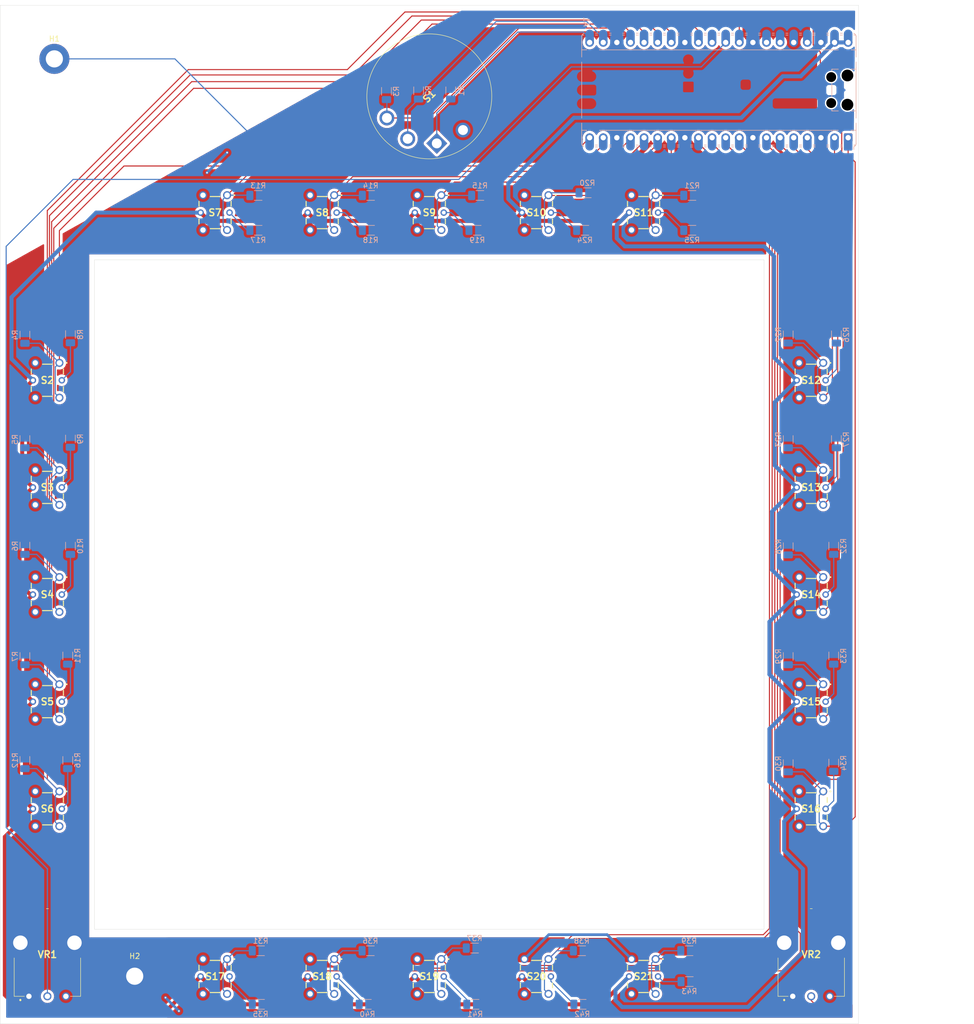
<source format=kicad_pcb>
(kicad_pcb (version 20241229) (generator "pcbnew") (generator_version "9.0")
  (layers (0 "F.Cu" signal) (2 "B.Cu" signal) (13 "F.Paste" user) (15 "B.Paste" user) (5 "F.SilkS" user "F.Silkscreen") (7 "B.SilkS" user "B.Silkscreen") (1 "F.Mask" user) (3 "B.Mask" user) (25 "Edge.Cuts" user))
  (net 0 "")
  (net 1 "+5V")
  (net 3 "/Button3")
  (net 4 "/Button14")
  (net 5 "/Button2")
  (net 6 "GND")
  (net 7 "/Button6")
  (net 8 "Switch Pos 1")
  (net 9 "/Button5")
  (net 11 "Switch Pos 3")
  (net 12 "/Button9")
  (net 14 "Potentiometer 2")
  (net 15 "Potentiometer 1")
  (net 16 "/Button15")
  (net 17 "/Button4")
  (net 18 "/Button13")
  (net 19 "+3.3V")
  (net 20 "/Button7")
  (net 21 "/Button16")
  (net 22 "/Button11")
  (net 23 "/Button10")
  (net 25 "/Button18")
  (net 26 "Switch Pos 2")
  (net 27 "/Button8")
  (net 28 "/Button12")
  (net 29 "/Button20")
  (net 30 "/Button1")
  (net 31 "/Button17")
  (net 32 "/Button19")
  (net 33 "Net-(S2-A)")
  (net 34 "Net-(S3-A)")
  (net 35 "Net-(S4-A)")
  (net 36 "Net-(S5-A)")
  (net 37 "Net-(S6-A)")
  (net 38 "Net-(S7-A)")
  (net 39 "Net-(S8-A)")
  (net 40 "Net-(S9-A)")
  (net 41 "Net-(S10-A)")
  (net 42 "Net-(S11-A)")
  (net 43 "Net-(S12-A)")
  (net 44 "Net-(S13-A)")
  (net 45 "Net-(S14-A)")
  (net 46 "Net-(S15-A)")
  (net 47 "Net-(S16-A)")
  (net 48 "Net-(S17-A)")
  (net 49 "Net-(S18-A)")
  (net 50 "Net-(S19-A)")
  (net 51 "Net-(S20-A)")
  (net 52 "Net-(S21-A)")
  (footprint "F18_DDI_Footprints:TL1240GQ" (layer "F.Cu") (at 202.25 100.45)
    (property "Reference" "S9")
    (property "Value" "TL1240GQ" (hide yes))
  )
  (footprint "F18_DDI_Footprints:TL1240GQ" (layer "F.Cu") (at 273.54 131.75)
    (property "Reference" "S12")
    (property "Value" "TL1240GQ" (hide yes))
  )
  (footprint "F18_DDI_Footprints:TL1240GQ" (layer "F.Cu") (at 273.54 211.75)
    (property "Reference" "S16")
    (property "Value" "TL1240GQ" (hide yes))
  )
  (footprint "F18_DDI_Footprints:TL1240GQ" (layer "F.Cu") (at 273.54 191.75)
    (property "Reference" "S15")
    (property "Value" "TL1240GQ" (hide yes))
  )
  (footprint "F18_DDI_Footprints:PDB12H4201103BF" (layer "F.Cu") (at 268.8 250)
    (property "Reference" "VR2")
    (property "Value" "PDB12-H4201-103BF" (hide yes))
  )
  (footprint "F18_DDI_Footprints:TL1240GQ" (layer "F.Cu") (at 162.25 243.05)
    (property "Reference" "S17")
    (property "Value" "TL1240GQ" (hide yes))
  )
  (footprint "F18_DDI_Footprints:TL1240GQ" (layer "F.Cu") (at 242.25 100.45)
    (property "Reference" "S11")
    (property "Value" "TL1240GQ" (hide yes))
  )
  (footprint "F18_DDI_Footprints:TL1240GQ" (layer "F.Cu") (at 162.25 100.45)
    (property "Reference" "S7")
    (property "Value" "TL1240GQ" (hide yes))
  )
  (footprint "F18_DDI_Footprints:TL1240GQ" (layer "F.Cu") (at 130.94 131.75)
    (property "Reference" "S2")
    (property "Value" "TL1240GQ" (hide yes))
  )
  (footprint "F18_DDI_Footprints:TL1240GQ" (layer "F.Cu") (at 182.25 243.05)
    (property "Reference" "S18")
    (property "Value" "TL1240GQ" (hide yes))
  )
  (footprint "F18_DDI_Footprints:TL1240GQ" (layer "F.Cu") (at 273.54 171.75)
    (property "Reference" "S14")
    (property "Value" "TL1240GQ" (hide yes))
  )
  (footprint "F18_DDI_Footprints:TL1240GQ" (layer "F.Cu") (at 130.94 151.75)
    (property "Reference" "S3")
    (property "Value" "TL1240GQ" (hide yes))
  )
  (footprint "F18_DDI_Footprints:TL1240GQ" (layer "F.Cu") (at 130.94 171.75)
    (property "Reference" "S4")
    (property "Value" "TL1240GQ" (hide yes))
  )
  (footprint "F18_DDI_Footprints:TL1240GQ" (layer "F.Cu") (at 130.94 211.75)
    (property "Reference" "S6")
    (property "Value" "TL1240GQ" (hide yes))
  )
  (footprint "F18_DDI_Footprints:TL1240GQ" (layer "F.Cu") (at 202.25 243.05)
    (property "Reference" "S19")
    (property "Value" "TL1240GQ" (hide yes))
  )
  (footprint "MountingHole:MountingHole_3.2mm_M3_DIN965_Pad" (layer "F.Cu") (at 145 246.25)
    (property "Reference" "H2")
    (property "Value" "MountingHole_Pad")
  )
  (footprint "MountingHole:MountingHole_3.2mm_M3_DIN965_Pad" (layer "F.Cu") (at 130 75)
    (property "Reference" "H1")
    (property "Value" "MountingHole_Pad")
  )
  (footprint "F18_DDI_Footprints:TL1240GQ" (layer "F.Cu") (at 273.54 151.75)
    (property "Reference" "S13")
    (property "Value" "TL1240GQ" (hide yes))
  )
  (footprint "F18_DDI_Footprints:TL1240GQ" (layer "F.Cu") (at 222.25 243.05)
    (property "Reference" "S20")
    (property "Value" "TL1240GQ" (hide yes))
  )
  (footprint "F18_DDI_Footprints:R10305RN02Q" (layer "F.Cu") (at 201.390879 90.780145 45)
    (property "Reference" "S1")
    (property "Value" "R10307RR02Q" (hide yes))
  )
  (footprint "F18_DDI_Footprints:TL1240GQ" (layer "F.Cu") (at 222.25 100.45)
    (property "Reference" "S10")
    (property "Value" "TL1240GQ" (hide yes))
  )
  (footprint "F18_DDI_Footprints:TL1240GQ" (layer "F.Cu") (at 182.25 100.45)
    (property "Reference" "S8")
    (property "Value" "TL1240GQ" (hide yes))
  )
  (footprint "F18_DDI_Footprints:PDB12H4201103BF" (layer "F.Cu") (at 126.2 250)
    (property "Reference" "VR1")
    (property "Value" "PDB12-H4201-103BF" (hide yes))
  )
  (footprint "F18_DDI_Footprints:TL1240GQ" (layer "F.Cu") (at 130.94 191.75)
    (property "Reference" "S5")
    (property "Value" "TL1240GQ" (hide yes))
  )
  (footprint "F18_DDI_Footprints:TL1240GQ" (layer "F.Cu") (at 242.25 243.05)
    (property "Reference" "S21")
    (property "Value" "TL1240GQ" (hide yes))
  )
  (footprint "Resistor_SMD:R_1206_3216Metric_Pad1.30x1.75mm_HandSolder" (layer "B.Cu") (at 209.45 100.5 180)
    (property "Reference" "R15")
    (property "Value" "10K")
  )
  (footprint "Resistor_SMD:R_1206_3216Metric_Pad1.30x1.75mm_HandSolder" (layer "B.Cu") (at 267 166.05 -90)
    (property "Reference" "R28")
    (property "Value" "10K")
  )
  (footprint "Resistor_SMD:R_1206_3216Metric_Pad1.30x1.75mm_HandSolder" (layer "B.Cu") (at 168.5 241.5 180)
    (property "Reference" "R31")
    (property "Value" "10K")
  )
  (footprint "Resistor_SMD:R_1206_3216Metric_Pad1.30x1.75mm_HandSolder" (layer "B.Cu") (at 229.5 100 180)
    (property "Reference" "R20")
    (property "Value" "10K")
  )
  (footprint "Resistor_SMD:R_1206_3216Metric_Pad1.30x1.75mm_HandSolder" (layer "B.Cu") (at 228.55 251.5)
    (property "Reference" "R42")
    (property "Value" "150")
  )
  (footprint "Resistor_SMD:R_1206_3216Metric_Pad1.30x1.75mm_HandSolder" (layer "B.Cu") (at 188.45 251.5)
    (property "Reference" "R40")
    (property "Value" "150")
  )
  (footprint "Resistor_SMD:R_1206_3216Metric_Pad1.30x1.75mm_HandSolder" (layer "B.Cu") (at 267 146.05 -90)
    (property "Reference" "R23")
    (property "Value" "10K")
  )
  (footprint "Resistor_SMD:R_1206_3216Metric_Pad1.30x1.75mm_HandSolder" (layer "B.Cu") (at 133 126.45 90)
    (property "Reference" "R8")
    (property "Value" "150")
  )
  (footprint "Resistor_SMD:R_1206_3216Metric_Pad1.30x1.75mm_HandSolder" (layer "B.Cu") (at 208.45 241 180)
    (property "Reference" "R37")
    (property "Value" "10K")
  )
  (footprint "Resistor_SMD:R_1206_3216Metric_Pad1.30x1.75mm_HandSolder" (layer "B.Cu") (at 168.05 100.5 180)
    (property "Reference" "R13")
    (property "Value" "10K")
  )
  (footprint "Resistor_SMD:R_1206_3216Metric_Pad1.30x1.75mm_HandSolder" (layer "B.Cu") (at 124.5 146.05 -90)
    (property "Reference" "R5")
    (property "Value" "10K")
  )
  (footprint "Resistor_SMD:R_1206_3216Metric_Pad1.30x1.75mm_HandSolder" (layer "B.Cu") (at 124.5 165.95 -90)
    (property "Reference" "R6")
    (property "Value" "10K")
  )
  (footprint "Resistor_SMD:R_1206_3216Metric_Pad1.30x1.75mm_HandSolder" (layer "B.Cu") (at 267 126.5 -90)
    (property "Reference" "R22")
    (property "Value" "10K")
  )
  (footprint "Resistor_SMD:R_1206_3216Metric_Pad1.30x1.75mm_HandSolder" (layer "B.Cu") (at 249.05 100.5 180)
    (property "Reference" "R21")
    (property "Value" "10K")
  )
  (footprint "Resistor_SMD:R_1206_3216Metric_Pad1.30x1.75mm_HandSolder" (layer "B.Cu") (at 275.5 186.45 90)
    (property "Reference" "R33")
    (property "Value" "150")
  )
  (footprint "Resistor_SMD:R_1206_3216Metric_Pad1.30x1.75mm_HandSolder" (layer "B.Cu") (at 168.05 107)
    (property "Reference" "R17")
    (property "Value" "150")
  )
  (footprint "Resistor_SMD:R_1206_3216Metric_Pad1.30x1.75mm_HandSolder" (layer "B.Cu") (at 267 186.55 -90)
    (property "Reference" "R29")
    (property "Value" "10K")
  )
  (footprint "Resistor_SMD:R_1206_3216Metric_Pad1.30x1.75mm_HandSolder" (layer "B.Cu") (at 124.5 186.55 -90)
    (property "Reference" "R7")
    (property "Value" "10K")
  )
  (footprint "Resistor_SMD:R_1206_3216Metric_Pad1.30x1.75mm_HandSolder" (layer "B.Cu") (at 133 145.95 90)
    (property "Reference" "R9")
    (property "Value" "150")
  )
  (footprint "Resistor_SMD:R_1206_3216Metric_Pad1.30x1.75mm_HandSolder" (layer "B.Cu") (at 168.5 251.5)
    (property "Reference" "R35")
    (property "Value" "150")
  )
  (footprint "Resistor_SMD:R_1206_3216Metric_Pad1.30x1.75mm_HandSolder" (layer "B.Cu") (at 189.05 107)
    (property "Reference" "R18")
    (property "Value" "150")
  )
  (footprint "Resistor_SMD:R_1206_3216Metric_Pad1.30x1.75mm_HandSolder" (layer "B.Cu") (at 275.5 206.45 90)
    (property "Reference" "R34")
    (property "Value" "150")
  )
  (footprint "Resistor_SMD:R_1206_3216Metric_Pad1.30x1.75mm_HandSolder" (layer "B.Cu") (at 189.05 100.5 180)
    (property "Reference" "R14")
    (property "Value" "10K")
  )
  (footprint "Resistor_SMD:R_1206_3216Metric_Pad1.30x1.75mm_HandSolder" (layer "B.Cu") (at 267 206.55 -90)
    (property "Reference" "R30")
    (property "Value" "10K")
  )
  (footprint "Resistor_SMD:R_1206_3216Metric_Pad1.30x1.75mm_HandSolder" (layer "B.Cu") (at 204 80.95 -90)
    (property "Reference" "R1")
    (property "Value" "10K")
  )
  (footprint "Resistor_SMD:R_1206_3216Metric_Pad1.30x1.75mm_HandSolder" (layer "B.Cu") (at 276 126.5 90)
    (property "Reference" "R26")
    (property "Value" "150")
  )
  (footprint "Resistor_SMD:R_1206_3216Metric_Pad1.30x1.75mm_HandSolder" (layer "B.Cu") (at 124.5 205.95 -90)
    (property "Reference" "R12")
    (property "Value" "10K")
  )
  (footprint "Resistor_SMD:R_1206_3216Metric_Pad1.30x1.75mm_HandSolder" (layer "B.Cu") (at 124.5 126.55 -90)
    (property "Reference" "R4")
    (property "Value" "10K")
  )
  (footprint "Resistor_SMD:R_1206_3216Metric_Pad1.30x1.75mm_HandSolder" (layer "B.Cu") (at 132.5 205.95 90)
    (property "Reference" "R16")
    (property "Value" "150")
  )
  (footprint "Resistor_SMD:R_1206_3216Metric_Pad1.30x1.75mm_HandSolder" (layer "B.Cu") (at 228.45 241.5 180)
    (property "Reference" "R38")
    (property "Value" "10K")
  )
  (footprint "Resistor_SMD:R_1206_3216Metric_Pad1.30x1.75mm_HandSolder" (layer "B.Cu") (at 132.5 186.45 90)
    (property "Reference" "R11")
    (property "Value" "150")
  )
  (footprint "Resistor_SMD:R_1206_3216Metric_Pad1.30x1.75mm_HandSolder" (layer "B.Cu") (at 275.5 165.95 90)
    (property "Reference" "R32")
    (property "Value" "150")
  )
  (footprint "Resistor_SMD:R_1206_3216Metric_Pad1.30x1.75mm_HandSolder" (layer "B.Cu") (at 249.05 107)
    (property "Reference" "R25")
    (property "Value" "150")
  )
  (footprint "Resistor_SMD:R_1206_3216Metric_Pad1.30x1.75mm_HandSolder" (layer "B.Cu") (at 276 146.05 90)
    (property "Reference" "R27")
    (property "Value" "150")
  )
  (footprint "Resistor_SMD:R_1206_3216Metric_Pad1.30x1.75mm_HandSolder" (layer "B.Cu") (at 248.5 241.5 180)
    (property "Reference" "R39")
    (property "Value" "10K")
  )
  (footprint "Resistor_SMD:R_1206_3216Metric_Pad1.30x1.75mm_HandSolder" (layer "B.Cu") (at 198 80.95 90)
    (property "Reference" "R2")
    (property "Value" "10K")
  )
  (footprint "Resistor_SMD:R_1206_3216Metric_Pad1.30x1.75mm_HandSolder" (layer "B.Cu") (at 229.05 107)
    (property "Reference" "R24")
    (property "Value" "150")
  )
  (footprint "Resistor_SMD:R_1206_3216Metric_Pad1.30x1.75mm_HandSolder" (layer "B.Cu") (at 248.55 247.25)
    (property "Reference" "R43")
    (property "Value" "150")
  )
  (footprint "Resistor_SMD:R_1206_3216Metric_Pad1.30x1.75mm_HandSolder" (layer "B.Cu") (at 208.55 251.5)
    (property "Reference" "R41")
    (property "Value" "150")
  )
  (footprint "Resistor_SMD:R_1206_3216Metric_Pad1.30x1.75mm_HandSolder" (layer "B.Cu") (at 192 81.05 90)
    (property "Reference" "R3")
    (property "Value" "10K")
  )
  (footprint "Resistor_SMD:R_1206_3216Metric_Pad1.30x1.75mm_HandSolder" (layer "B.Cu") (at 189 241.5 180)
    (property "Reference" "R36")
    (property "Value" "10K")
  )
  (footprint "Module:RaspberryPi_Pico_Common_Unspecified" (layer "B.Cu") (at 254.06 80.825 90)
    (property "Reference" "A1")
    (property "Value" "RaspberryPi_Pico")
  )
  (footprint "Resistor_SMD:R_1206_3216Metric_Pad1.30x1.75mm_HandSolder" (layer "B.Cu") (at 208.95 107)
    (property "Reference" "R19")
    (property "Value" "150")
  )
  (footprint "Resistor_SMD:R_1206_3216Metric_Pad1.30x1.75mm_HandSolder" (layer "B.Cu") (at 133 165.95 90)
    (property "Reference" "R10")
    (property "Value" "150")
  )
  (gr_line (start 280.125 255.125) (end 119.875 255.125) (stroke (width 0.05)) (layer "Edge.Cuts"))
  (gr_rect (start 137.5 112.5) (end 262.5 237.5) (stroke (width 0.05)) (fill no) (layer "Edge.Cuts"))
  (gr_line (start 119.875 255.125) (end 119.875 65) (stroke (width 0.05)) (layer "Edge.Cuts"))
  (gr_line (start 119.88 65) (end 280.125 65) (stroke (width 0.05)) (layer "Edge.Cuts"))
  (gr_line (start 280.125 65) (end 280.125 255.125) (stroke (width 0.05)) (layer "Edge.Cuts"))
  (segment (start 125.99 215) (end 120.75 220.24) (width 0.75) (layer "F.Cu") (net 1))
  (segment (start 215.75 105.25) (end 198.85 105.25) (width 0.75) (layer "F.Cu") (net 1))
  (segment (start 125.99 175) (end 123.5 177.49) (width 0.75) (layer "F.Cu") (net 1))
  (segment (start 124 153.01) (end 125.99 155) (width 0.75) (layer "F.Cu") (net 1))
  (segment (start 220 249) (end 220 250) (width 0.75) (layer "F.Cu") (net 1))
  (segment (start 123.5 192.5) (end 125.99 194.99) (width 0.75) (layer "F.Cu") (net 1))
  (segment (start 200 249) (end 200 250) (width 0.75) (layer "F.Cu") (net 1))
  (segment (start 150.35 253.25) (end 157.3 246.3) (width 0.75) (layer "F.Cu") (net 1))
  (segment (start 124.25 253.25) (end 150.35 253.25) (width 0.75) (layer "F.Cu") (net 1))
  (segment (start 175.75 105.25) (end 158.85 105.25) (width 0.75) (layer "F.Cu") (net 1))
  (segment (start 125.99 155) (end 123.5 157.49) (width 0.75) (layer "F.Cu") (net 1))
  (segment (start 158.85 105.25) (end 157.3 103.7) (width 0.75) (layer "F.Cu") (net 1))
  (segment (start 125.99 195) (end 123.25 197.74) (width 0.75) (layer "F.Cu") (net 1))
  (segment (start 218.85 105.25) (end 217.3 103.7) (width 0.75) (layer "F.Cu") (net 1))
  (segment (start 197.3 103.7) (end 195.75 105.25) (width 0.75) (layer "F.Cu") (net 1))
  (segment (start 157.3 246.3) (end 160 249) (width 0.75) (layer "F.Cu") (net 1))
  (segment (start 178.85 105.25) (end 177.3 103.7) (width 0.75) (layer "F.Cu") (net 1))
  (segment (start 197.3 246.3) (end 200 249) (width 0.75) (layer "F.Cu") (net 1))
  (segment (start 125.99 194.99) (end 125.99 195) (width 0.2) (layer "F.Cu") (net 1))
  (segment (start 125.5 175) (end 125.99 175) (width 0.2) (layer "F.Cu") (net 1))
  (segment (start 123.25 197.74) (end 123.25 212.26) (width 0.75) (layer "F.Cu") (net 1))
  (segment (start 217.3 246.3) (end 220 249) (width 0.75) (layer "F.Cu") (net 1))
  (segment (start 237.3 103.7) (end 235.75 105.25) (width 0.75) (layer "F.Cu") (net 1))
  (segment (start 161.5 251.5) (end 172.1 251.5) (width 0.75) (layer "F.Cu") (net 1))
  (segment (start 217.3 103.7) (end 215.75 105.25) (width 0.75) (layer "F.Cu") (net 1))
  (segment (start 120.75 220.24) (end 120.75 249.75) (width 0.75) (layer "F.Cu") (net 1))
  (segment (start 180 249) (end 180 250) (width 0.75) (layer "F.Cu") (net 1))
  (segment (start 195.75 105.25) (end 178.85 105.25) (width 0.75) (layer "F.Cu") (net 1))
  (segment (start 160 250) (end 161.5 251.5) (width 0.75) (layer "F.Cu") (net 1))
  (segment (start 220 250) (end 221.5 251.5) (width 0.75) (layer "F.Cu") (net 1))
  (segment (start 125.99 135) (end 124 136.99) (width 0.75) (layer "F.Cu") (net 1))
  (segment (start 177.3 103.7) (end 175.75 105.25) (width 0.75) (layer "F.Cu") (net 1))
  (segment (start 121 250) (end 124.25 253.25) (width 0.75) (layer "F.Cu") (net 1))
  (segment (start 200 250) (end 201.5 251.5) (width 0.75) (layer "F.Cu") (net 1))
  (segment (start 177.3 246.3) (end 180 249) (width 0.75) (layer "F.Cu") (net 1))
  (segment (start 160 249) (end 160 250) (width 0.75) (layer "F.Cu") (net 1))
  (segment (start 123.5 173) (end 125.5 175) (width 0.75) (layer "F.Cu") (net 1))
  (segment (start 212.1 251.5) (end 217.3 246.3) (width 0.75) (layer "F.Cu") (net 1))
  (segment (start 197.2 246.3) (end 197.3 246.3) (width 0.2) (layer "F.Cu") (net 1))
  (segment (start 201.5 251.5) (end 212.1 251.5) (width 0.75) (layer "F.Cu") (net 1))
  (segment (start 180 250) (end 181.5 251.5) (width 0.75) (layer "F.Cu") (net 1))
  (segment (start 192 251.5) (end 197.2 246.3) (width 0.75) (layer "F.Cu") (net 1))
  (segment (start 221.5 251.5) (end 232.1 251.5) (width 0.75) (layer "F.Cu") (net 1))
  (segment (start 157.3 103.7) (end 157.1 103.5) (width 0.2) (layer "F.Cu") (net 1))
  (segment (start 120.75 249.75) (end 121 250) (width 0.75) (layer "F.Cu") (net 1))
  (segment (start 181.5 251.5) (end 192 251.5) (width 0.75) (layer "F.Cu") (net 1))
  (segment (start 235.75 105.25) (end 218.85 105.25) (width 0.75) (layer "F.Cu") (net 1))
  (segment (start 123.5 157.49) (end 123.5 173) (width 0.75) (layer "F.Cu") (net 1))
  (segment (start 123.5 177.49) (end 123.5 192.5) (width 0.75) (layer "F.Cu") (net 1))
  (segment (start 232.1 251.5) (end 237.3 246.3) (width 0.75) (layer "F.Cu") (net 1))
  (segment (start 124 136.99) (end 124 153.01) (width 0.75) (layer "F.Cu") (net 1))
  (segment (start 198.85 105.25) (end 197.3 103.7) (width 0.75) (layer "F.Cu") (net 1))
  (segment (start 172.1 251.5) (end 177.3 246.3) (width 0.75) (layer "F.Cu") (net 1))
  (segment (start 123.25 212.26) (end 125.99 215) (width 0.75) (layer "F.Cu") (net 1))
  (segment (start 264.364082 130.774082) (end 264.364082 111.864082) (width 0.75) (layer "B.Cu") (net 1))
  (segment (start 269.335 78.25) (end 266 78.25) (width 0.75) (layer "B.Cu") (net 1))
  (segment (start 235 106) (end 237.3 103.7) (width 0.75) (layer "B.Cu") (net 1))
  (segment (start 264 159.5) (end 268.5 155) (width 0.75) (layer "B.Cu") (net 1))
  (segment (start 214.75 101.15) (end 217.3 103.7) (width 0.75) (layer "B.Cu") (net 1))
  (segment (start 275.65 71.935) (end 278.19 71.935) (width 0.75) (layer "B.Cu") (net 1))
  (segment (start 235 108.5) (end 235 106) (width 0.75) (layer "B.Cu") (net 1))
  (segment (start 122 119.5) (end 137.8 103.7) (width 0.75) (layer "B.Cu") (net 1))
  (segment (start 258.25 86) (end 227 86) (width 0.75) (layer "B.Cu") (net 1))
  (segment (start 263.5 189.91) (end 263.5 180.09) (width 0.75) (layer "B.Cu") (net 1))
  (segment (start 263.5 180.09) (end 268.59 175) (width 0.75) (layer "B.Cu") (net 1))
  (segment (start 263.5 209.91) (end 263.5 200.09) (width 0.75) (layer "B.Cu") (net 1))
  (segment (start 269.75 226.25) (end 266.25 222.75) (width 0.75) (layer "B.Cu") (net 1))
  (segment (start 214.75 98.25) (end 214.75 101.15) (width 0.75) (layer "B.Cu") (net 1))
  (segment (start 234.75 248.85) (end 234.75 250.75) (width 0.75) (layer "B.Cu") (net 1))
  (segment (start 137.8 103.7) (end 157.3 103.7) (width 0.75) (layer "B.Cu") (net 1))
  (segment (start 266.25 222.75) (end 266.25 217.34) (width 0.75) (layer "B.Cu") (net 1))
  (segment (start 264.5 150.91) (end 264.5 139.09) (width 0.75) (layer "B.Cu") (net 1))
  (segment (start 266 78.25) (end 258.25 86) (width 0.75) (layer "B.Cu") (net 1))
  (segment (start 234.75 250.75) (end 236 252) (width 0.75) (layer "B.Cu") (net 1))
  (segment (start 269.75 241.75) (end 269.75 226.25) (width 0.75) (layer "B.Cu") (net 1))
  (segment (start 264 170.41) (end 264 159.5) (width 0.75) (layer "B.Cu") (net 1))
  (segment (start 266.25 217.34) (end 268.59 215) (width 0.75) (layer "B.Cu") (net 1))
  (segment (start 125.99 135) (end 122 131.01) (width 0.75) (layer "B.Cu") (net 1))
  (segment (start 259.5 252) (end 269.75 241.75) (width 0.75) (layer "B.Cu") (net 1))
  (segment (start 264.5 139.09) (end 268.59 135) (width 0.75) (layer "B.Cu") (net 1))
  (segment (start 236.5 110) (end 235 108.5) (width 0.75) (layer "B.Cu") (net 1))
  (segment (start 262.5 110) (end 236.5 110) (width 0.75) (layer "B.Cu") (net 1))
  (segment (start 237.3 246.3) (end 234.75 248.85) (width 0.75) (layer "B.Cu") (net 1))
  (segment (start 122 131.01) (end 122 119.5) (width 0.75) (layer "B.Cu") (net 1))
  (segment (start 268.59 135) (end 264.364082 130.774082) (width 0.75) (layer "B.Cu") (net 1))
  (segment (start 268.59 175) (end 264 170.41) (width 0.75) (layer "B.Cu") (net 1))
  (segment (start 264.364082 111.864082) (end 262.5 110) (width 0.75) (layer "B.Cu") (net 1))
  (segment (start 263.5 200.09) (end 268.59 195) (width 0.75) (layer "B.Cu") (net 1))
  (segment (start 268.59 215) (end 263.5 209.91) (width 0.75) (layer "B.Cu") (net 1))
  (segment (start 227 86) (end 214.75 98.25) (width 0.75) (layer "B.Cu") (net 1))
  (segment (start 268.59 155) (end 264.5 150.91) (width 0.75) (layer "B.Cu") (net 1))
  (segment (start 268.5 155) (end 268.59 155) (width 0.2) (layer "B.Cu") (net 1))
  (segment (start 268.59 195) (end 263.5 189.91) (width 0.75) (layer "B.Cu") (net 1))
  (segment (start 236 252) (end 259.5 252) (width 0.75) (layer "B.Cu") (net 1))
  (segment (start 275.65 71.935) (end 269.335 78.25) (width 0.75) (layer "B.Cu") (net 1))
  (segment (start 222.25 100.45) (end 222.3 100.5) (width 0.2) (layer "F.Cu") (net 3))
  (segment (start 222.3 100.5) (end 233 100.5) (width 0.2) (layer "F.Cu") (net 3))
  (segment (start 233 100.5) (end 242.63 90.87) (width 0.2) (layer "F.Cu") (net 3))
  (segment (start 242.63 90.87) (end 242.63 89.715) (width 0.2) (layer "F.Cu") (net 3))
  (segment (start 222.25 100.45) (end 222.7 100) (width 0.2) (layer "B.Cu") (net 3))
  (segment (start 222.7 100) (end 227.95 100) (width 0.2) (layer "B.Cu") (net 3))
  (segment (start 221.5 101.2) (end 221.5 106.2) (width 0.2) (layer "B.Cu") (net 3))
  (segment (start 221.5 106.2) (end 222.25 106.95) (width 0.2) (layer "B.Cu") (net 3))
  (segment (start 222.25 100.45) (end 221.5 101.2) (width 0.2) (layer "B.Cu") (net 3))
  (segment (start 279.5 94.25) (end 278.19 92.94) (width 0.2) (layer "F.Cu") (net 4))
  (segment (start 278.19 92.94) (end 278.19 89.715) (width 0.2) (layer "F.Cu") (net 4))
  (segment (start 279.5 216.5) (end 279.5 94.25) (width 0.2) (layer "F.Cu") (net 4))
  (segment (start 273.54 218.25) (end 277.75 218.25) (width 0.2) (layer "F.Cu") (net 4))
  (segment (start 277.75 218.25) (end 279.5 216.5) (width 0.2) (layer "F.Cu") (net 4))
  (segment (start 272.79 212.5) (end 273.54 211.75) (width 0.2) (layer "B.Cu") (net 4))
  (segment (start 273.54 211.96) (end 273.5 212) (width 0.2) (layer "B.Cu") (net 4))
  (segment (start 267 208.1) (end 269.89 208.1) (width 0.2) (layer "B.Cu") (net 4))
  (segment (start 273.54 218.25) (end 272.79 217.5) (width 0.2) (layer "B.Cu") (net 4))
  (segment (start 272.79 217.5) (end 272.79 212.5) (width 0.2) (layer "B.Cu") (net 4))
  (segment (start 273.54 211.75) (end 273.54 211.96) (width 0.2) (layer "B.Cu") (net 4))
  (segment (start 269.89 208.1) (end 273.54 211.75) (width 0.2) (layer "B.Cu") (net 4))
  (segment (start 184.698 77) (end 195.448 66.25) (width 0.2) (layer "F.Cu") (net 5))
  (segment (start 128.686 103.314) (end 155 77) (width 0.2) (layer "F.Cu") (net 5))
  (segment (start 195.448 66.25) (end 246.75 66.25) (width 0.2) (layer "F.Cu") (net 5))
  (segment (start 250.25 69.75) (end 250.25 71.935) (width 0.2) (layer "F.Cu") (net 5))
  (segment (start 130.94 211.75) (end 128.686 209.496) (width 0.2) (layer "F.Cu") (net 5))
  (segment (start 246.75 66.25) (end 250.25 69.75) (width 0.2) (layer "F.Cu") (net 5))
  (segment (start 128.686 209.496) (end 128.686 103.314) (width 0.2) (layer "F.Cu") (net 5))
  (segment (start 155 77) (end 184.698 77) (width 0.2) (layer "F.Cu") (net 5))
  (segment (start 130.19 217.5) (end 130.94 218.25) (width 0.2) (layer "B.Cu") (net 5))
  (segment (start 130.94 211.75) (end 130.19 212.5) (width 0.2) (layer "B.Cu") (net 5))
  (segment (start 126.69 207.5) (end 130.94 211.75) (width 0.2) (layer "B.Cu") (net 5))
  (segment (start 130.19 212.5) (end 130.19 217.5) (width 0.2) (layer "B.Cu") (net 5))
  (segment (start 124.5 207.5) (end 126.69 207.5) (width 0.2) (layer "B.Cu") (net 5))
  (segment (start 152.5 75) (end 166.25 88.75) (width 0.2) (layer "B.Cu") (net 6))
  (segment (start 130 75) (end 152.5 75) (width 0.2) (layer "B.Cu") (net 6))
  (segment (start 129.889 150.699) (end 129.889 106.611) (width 0.2) (layer "F.Cu") (net 7))
  (segment (start 129.889 106.611) (end 156 80.5) (width 0.2) (layer "F.Cu") (net 7))
  (segment (start 240.09 70.09) (end 240.09 71.935) (width 0.2) (layer "F.Cu") (net 7))
  (segment (start 200.5 68.5) (end 238.5 68.5) (width 0.2) (layer "F.Cu") (net 7))
  (segment (start 130.94 151.75) (end 129.889 150.699) (width 0.2) (layer "F.Cu") (net 7))
  (segment (start 238.5 68.5) (end 240.09 70.09) (width 0.2) (layer "F.Cu") (net 7))
  (segment (start 156 80.5) (end 188.5 80.5) (width 0.2) (layer "F.Cu") (net 7))
  (segment (start 188.5 80.5) (end 200.5 68.5) (width 0.2) (layer "F.Cu") (net 7))
  (segment (start 126.79 147.6) (end 130.94 151.75) (width 0.2) (layer "B.Cu") (net 7))
  (segment (start 129 153.69) (end 129 156.31) (width 0.2) (layer "B.Cu") (net 7))
  (segment (start 129 156.31) (end 130.94 158.25) (width 0.2) (layer "B.Cu") (net 7))
  (segment (start 124.5 147.6) (end 126.79 147.6) (width 0.2) (layer "B.Cu") (net 7))
  (segment (start 130.94 151.75) (end 129 153.69) (width 0.2) (layer "B.Cu") (net 7))
  (segment (start 216.5 70) (end 228.795 70) (width 0.2) (layer "B.Cu") (net 8))
  (segment (start 201.390879 85.109121) (end 216.5 70) (width 0.2) (layer "B.Cu") (net 8))
  (segment (start 228.795 70) (end 229.93 71.135) (width 0.2) (layer "B.Cu") (net 8))
  (segment (start 201.390879 90.780145) (end 201.390879 85.109121) (width 0.2) (layer "B.Cu") (net 8))
  (segment (start 265 235) (end 265 98) (width 0.2) (layer "F.Cu") (net 9))
  (segment (start 182.25 243.05) (end 183.95 244.75) (width 0.2) (layer "F.Cu") (net 9))
  (segment (start 268.75 241.25) (end 268.75 238.75) (width 0.2) (layer "F.Cu") (net 9))
  (segment (start 257.87 90.87) (end 257.87 89.715) (width 0.2) (layer "F.Cu") (net 9))
  (segment (start 265 98) (end 257.87 90.87) (width 0.2) (layer "F.Cu") (net 9))
  (segment (start 265.25 244.75) (end 268.75 241.25) (width 0.2) (layer "F.Cu") (net 9))
  (segment (start 183.95 244.75) (end 265.25 244.75) (width 0.2) (layer "F.Cu") (net 9))
  (segment (start 268.75 238.75) (end 265 235) (width 0.2) (layer "F.Cu") (net 9))
  (segment (start 183.8 241.5) (end 182.25 243.05) (width 0.2) (layer "B.Cu") (net 9))
  (segment (start 181.5 243.8) (end 182.25 243.05) (width 0.2) (layer "B.Cu") (net 9))
  (segment (start 187.45 241.5) (end 183.8 241.5) (width 0.2) (layer "B.Cu") (net 9))
  (segment (start 182.25 249.55) (end 181.5 248.8) (width 0.2) (layer "B.Cu") (net 9))
  (segment (start 181.5 248.8) (end 181.5 243.8) (width 0.2) (layer "B.Cu") (net 9))
  (segment (start 192.079697 86.035458) (end 199.964542 86.035458) (width 0.2) (layer "F.Cu") (net 11))
  (segment (start 237.55 70.05) (end 237.55 71.935) (width 0.2) (layer "F.Cu") (net 11))
  (segment (start 199.964542 86.035458) (end 216.75 69.25) (width 0.2) (layer "F.Cu") (net 11))
  (segment (start 216.75 69.25) (end 236.75 69.25) (width 0.2) (layer "F.Cu") (net 11))
  (segment (start 236.75 69.25) (end 237.55 70.05) (width 0.2) (layer "F.Cu") (net 11))
  (segment (start 192.079697 86.035458) (end 192.079697 82.679697) (width 0.2) (layer "B.Cu") (net 11))
  (segment (start 192.079697 82.679697) (end 191.9 82.5) (width 0.2) (layer "B.Cu") (net 11))
  (segment (start 278 193.79) (end 278 97) (width 0.2) (layer "F.Cu") (net 12))
  (segment (start 275.65 94.65) (end 275.65 89.715) (width 0.2) (layer "F.Cu") (net 12))
  (segment (start 273.54 198.25) (end 278 193.79) (width 0.2) (layer "F.Cu") (net 12))
  (segment (start 278 97) (end 275.65 94.65) (width 0.2) (layer "F.Cu") (net 12))
  (segment (start 269.89 188.1) (end 273.54 191.75) (width 0.2) (layer "B.Cu") (net 12))
  (segment (start 272.79 197.5) (end 273.54 198.25) (width 0.2) (layer "B.Cu") (net 12))
  (segment (start 272.79 192.5) (end 272.79 197.5) (width 0.2) (layer "B.Cu") (net 12))
  (segment (start 273.54 191.75) (end 272.79 192.5) (width 0.2) (layer "B.Cu") (net 12))
  (segment (start 267 188.1) (end 269.89 188.1) (width 0.2) (layer "B.Cu") (net 12))
  (segment (start 271.75 211.25) (end 273.5 209.5) (width 0.2) (layer "F.Cu") (net 14))
  (segment (start 272.004 72.744594) (end 272.004 72.72405) (width 0.2) (layer "F.Cu") (net 14))
  (segment (start 276.75 252.75) (end 278.25 251.25) (width 0.2) (layer "F.Cu") (net 14))
  (segment (start 272.32095 73.041) (end 272.300406 73.041) (width 0.2) (layer "F.Cu") (net 14))
  (segment (start 273.25 252.75) (end 276.75 252.75) (width 0.2) (layer "F.Cu") (net 14))
  (segment (start 271.75 220.25) (end 271.75 211.25) (width 0.2) (layer "F.Cu") (net 14))
  (segment (start 271.3 250) (end 271.3 250.8) (width 0.2) (layer "F.Cu") (net 14))
  (segment (start 272.300406 73.041) (end 272.004 72.744594) (width 0.2) (layer "F.Cu") (net 14))
  (segment (start 277 209.5) (end 278.75 207.75) (width 0.2) (layer "F.Cu") (net 14))
  (segment (start 271.3 250.8) (end 273.25 252.75) (width 0.2) (layer "F.Cu") (net 14))
  (segment (start 272.004 72.72405) (end 271.671 72.39105) (width 0.2) (layer "F.Cu") (net 14))
  (segment (start 277 88.5) (end 273 84.5) (width 0.2) (layer "F.Cu") (net 14))
  (segment (start 257.87 68.13) (end 257.87 71.935) (width 0.2) (layer "F.Cu") (net 14))
  (segment (start 273 73.72005) (end 272.32095 73.041) (width 0.2) (layer "F.Cu") (net 14))
  (segment (start 271.671 72.39105) (end 271.671 68.671) (width 0.2) (layer "F.Cu") (net 14))
  (segment (start 278.25 251.25) (end 278.25 247) (width 0.2) (layer "F.Cu") (net 14))
  (segment (start 271.671 68.671) (end 270 67) (width 0.2) (layer "F.Cu") (net 14))
  (segment (start 270 67) (end 259 67) (width 0.2) (layer "F.Cu") (net 14))
  (segment (start 277 93.875) (end 277 88.5) (width 0.2) (layer "F.Cu") (net 14))
  (segment (start 278.25 247) (end 273.5 242.25) (width 0.2) (layer "F.Cu") (net 14))
  (segment (start 273.5 242.25) (end 273.5 222) (width 0.2) (layer "F.Cu") (net 14))
  (segment (start 273.5 222) (end 271.75 220.25) (width 0.2) (layer "F.Cu") (net 14))
  (segment (start 278.75 95.625) (end 277 93.875) (width 0.2) (layer "F.Cu") (net 14))
  (segment (start 273 84.5) (end 273 73.72005) (width 0.2) (layer "F.Cu") (net 14))
  (segment (start 259 67) (end 257.87 68.13) (width 0.2) (layer "F.Cu") (net 14))
  (segment (start 273.5 209.5) (end 277 209.5) (width 0.2) (layer "F.Cu") (net 14))
  (segment (start 278.75 207.75) (end 278.75 95.625) (width 0.2) (layer "F.Cu") (net 14))
  (segment (start 128.7 226.2) (end 121 218.5) (width 0.2) (layer "B.Cu") (net 15))
  (segment (start 133.5 97.5) (end 205.5 97.5) (width 0.2) (layer "B.Cu") (net 15))
  (segment (start 250.765 76.5) (end 255.33 71.935) (width 0.2) (layer "B.Cu") (net 15))
  (segment (start 128.7 250) (end 128.7 226.2) (width 0.2) (layer "B.Cu") (net 15))
  (segment (start 205.5 97.5) (end 226.5 76.5) (width 0.2) (layer "B.Cu") (net 15))
  (segment (start 121 110) (end 133.5 97.5) (width 0.2) (layer "B.Cu") (net 15))
  (segment (start 226.5 76.5) (end 250.765 76.5) (width 0.2) (layer "B.Cu") (net 15))
  (segment (start 121 218.5) (end 121 110) (width 0.2) (layer "B.Cu") (net 15))
  (segment (start 263.5 104) (end 250.25 90.75) (width 0.2) (layer "F.Cu") (net 16))
  (segment (start 222.25 243.05) (end 226.8 238.5) (width 0.2) (layer "F.Cu") (net 16))
  (segment (start 262.349942 238.5) (end 263.5 237.349942) (width 0.2) (layer "F.Cu") (net 16))
  (segment (start 226.8 238.5) (end 262.349942 238.5) (width 0.2) (layer "F.Cu") (net 16))
  (segment (start 250.25 90.75) (end 250.25 89.715) (width 0.2) (layer "F.Cu") (net 16))
  (segment (start 263.5 237.349942) (end 263.5 104) (width 0.2) (layer "F.Cu") (net 16))
  (segment (start 221.5 243.8) (end 221.5 248.8) (width 0.2) (layer "B.Cu") (net 16))
  (segment (start 222.25 243.05) (end 221.5 243.8) (width 0.2) (layer "B.Cu") (net 16))
  (segment (start 223.8 241.5) (end 222.25 243.05) (width 0.2) (layer "B.Cu") (net 16))
  (segment (start 221.5 248.8) (end 222.25 249.55) (width 0.2) (layer "B.Cu") (net 16))
  (segment (start 226.9 241.5) (end 223.8 241.5) (width 0.2) (layer "B.Cu") (net 16))
  (segment (start 273.54 178.25) (end 277.25 174.54) (width 0.2) (layer "F.Cu") (net 17))
  (segment (start 277.25 174.54) (end 277.25 98.5) (width 0.2) (layer "F.Cu") (net 17))
  (segment (start 277.25 98.5) (end 270.57 91.82) (width 0.2) (layer "F.Cu") (net 17))
  (segment (start 270.57 91.82) (end 270.57 89.715) (width 0.2) (layer "F.Cu") (net 17))
  (segment (start 272.79 177.5) (end 272.79 172.5) (width 0.2) (layer "B.Cu") (net 17))
  (segment (start 272.79 172.5) (end 273.54 171.75) (width 0.2) (layer "B.Cu") (net 17))
  (segment (start 273.54 178.25) (end 272.79 177.5) (width 0.2) (layer "B.Cu") (net 17))
  (segment (start 273.54 171.75) (end 269.39 167.6) (width 0.2) (layer "B.Cu") (net 17))
  (segment (start 269.39 167.6) (end 267 167.6) (width 0.2) (layer "B.Cu") (net 17))
  (segment (start 275.25 136.54) (end 275.25 100.75) (width 0.2) (layer "F.Cu") (net 18))
  (segment (start 265.49 90.99) (end 265.49 89.715) (width 0.2) (layer "F.Cu") (net 18))
  (segment (start 273.54 138.25) (end 275.25 136.54) (width 0.2) (layer "F.Cu") (net 18))
  (segment (start 275.25 100.75) (end 265.49 90.99) (width 0.2) (layer "F.Cu") (net 18))
  (segment (start 273.54 131.75) (end 269.84 128.05) (width 0.2) (layer "B.Cu") (net 18))
  (segment (start 272.5 137.21) (end 273.54 138.25) (width 0.2) (layer "B.Cu") (net 18))
  (segment (start 272.5 132.79) (end 272.5 137.21) (width 0.2) (layer "B.Cu") (net 18))
  (segment (start 269.84 128.05) (end 267 128.05) (width 0.2) (layer "B.Cu") (net 18))
  (segment (start 273.54 131.75) (end 272.5 132.79) (width 0.2) (layer "B.Cu") (net 18))
  (via (at 162.25 92.5) (size 0.6) (drill 0.3) (layers "F.Cu" "B.Cu") (net 19))
  (via (at 153.25 252.75) (size 0.6) (drill 0.3) (layers "F.Cu" "B.Cu") (net 19))
  (via (at 150.75 250.25) (size 0.6) (drill 0.3) (layers "F.Cu" "B.Cu") (net 19))
  (via (at 158.5 96.25) (size 0.6) (drill 0.3) (layers "F.Cu" "B.Cu") (net 19))
  (segment (start 153.25 252.75) (end 150.75 250.25) (width 0.5) (layer "B.Cu") (net 19))
  (segment (start 222.3 238.5) (end 217.75 243.05) (width 0.5) (layer "B.Cu") (net 19))
  (segment (start 233.2 238.5) (end 222.3 238.5) (width 0.5) (layer "B.Cu") (net 19))
  (segment (start 237.75 243.05) (end 233.2 238.5) (width 0.5) (layer "B.Cu") (net 19))
  (segment (start 158.5 96.25) (end 162.25 92.5) (width 0.5) (layer "B.Cu") (net 19))
  (segment (start 232.47 91.03) (end 232.47 89.715) (width 0.2) (layer "F.Cu") (net 20))
  (segment (start 166.7 96) (end 227.5 96) (width 0.2) (layer "F.Cu") (net 20))
  (segment (start 227.5 96) (end 232.47 91.03) (width 0.2) (layer "F.Cu") (net 20))
  (segment (start 162.25 100.45) (end 166.7 96) (width 0.2) (layer "F.Cu") (net 20))
  (segment (start 161.5 106.2) (end 162.25 106.95) (width 0.2) (layer "B.Cu") (net 20))
  (segment (start 162.25 100.45) (end 161.5 101.2) (width 0.2) (layer "B.Cu") (net 20))
  (segment (start 165.95 100.45) (end 166.5 101) (width 0.2) (layer "B.Cu") (net 20))
  (segment (start 161.5 101.2) (end 161.5 106.2) (width 0.2) (layer "B.Cu") (net 20))
  (segment (start 162.25 100.45) (end 165.95 100.45) (width 0.2) (layer "B.Cu") (net 20))
  (segment (start 242 67) (end 245.17 70.17) (width 0.2) (layer "F.Cu") (net 21))
  (segment (start 130.94 191.75) (end 129.087 189.897) (width 0.2) (layer "F.Cu") (net 21))
  (segment (start 155.35 78) (end 185.75 78) (width 0.2) (layer "F.Cu") (net 21))
  (segment (start 185.75 78) (end 196.75 67) (width 0.2) (layer "F.Cu") (net 21))
  (segment (start 196.75 67) (end 242 67) (width 0.2) (layer "F.Cu") (net 21))
  (segment (start 129.087 189.897) (end 129.087 104.263) (width 0.2) (layer "F.Cu") (net 21))
  (segment (start 129.087 104.263) (end 155.35 78) (width 0.2) (layer "F.Cu") (net 21))
  (segment (start 245.17 70.17) (end 245.17 71.935) (width 0.2) (layer "F.Cu") (net 21))
  (segment (start 127.29 188.1) (end 130.94 191.75) (width 0.2) (layer "B.Cu") (net 21))
  (segment (start 130.94 198.25) (end 130.19 197.5) (width 0.2) (layer "B.Cu") (net 21))
  (segment (start 130.19 192.5) (end 130.94 191.75) (width 0.2) (layer "B.Cu") (net 21))
  (segment (start 124.5 188.1) (end 127.29 188.1) (width 0.2) (layer "B.Cu") (net 21))
  (segment (start 130.19 197.5) (end 130.19 192.5) (width 0.2) (layer "B.Cu") (net 21))
  (segment (start 129.488 105.412) (end 129.488 170.238) (width 0.2) (layer "F.Cu") (net 22))
  (segment (start 198.5 67.75) (end 187 79.25) (width 0.2) (layer "F.Cu") (net 22))
  (segment (start 240.25 67.75) (end 198.5 67.75) (width 0.2) (layer "F.Cu") (net 22))
  (segment (start 242.63 70.13) (end 240.25 67.75) (width 0.2) (layer "F.Cu") (net 22))
  (segment (start 130.94 171.69) (end 130.94 171.75) (width 0.2) (layer "F.Cu") (net 22))
  (segment (start 129.488 170.238) (end 130.94 171.69) (width 0.2) (layer "F.Cu") (net 22))
  (segment (start 155.65 79.25) (end 129.488 105.412) (width 0.2) (layer "F.Cu") (net 22))
  (segment (start 242.63 71.935) (end 242.63 70.13) (width 0.2) (layer "F.Cu") (net 22))
  (segment (start 187 79.25) (end 155.65 79.25) (width 0.2) (layer "F.Cu") (net 22))
  (segment (start 130.19 172.5) (end 130.19 177.5) (width 0.2) (layer "B.Cu") (net 22))
  (segment (start 130.19 177.5) (end 130.94 178.25) (width 0.2) (layer "B.Cu") (net 22))
  (segment (start 124.5 167.5) (end 126.69 167.5) (width 0.2) (layer "B.Cu") (net 22))
  (segment (start 126.69 167.5) (end 130.94 171.75) (width 0.2) (layer "B.Cu") (net 22))
  (segment (start 130.94 171.75) (end 130.19 172.5) (width 0.2) (layer "B.Cu") (net 22))
  (segment (start 202.25 243.05) (end 203.45 244.25) (width 0.2) (layer "F.Cu") (net 23))
  (segment (start 264.5 238) (end 264.5 100) (width 0.2) (layer "F.Cu") (net 23))
  (segment (start 203.45 244.25) (end 258.25 244.25) (width 0.2) (layer "F.Cu") (net 23))
  (segment (start 255.33 90.83) (end 255.33 89.715) (width 0.2) (layer "F.Cu") (net 23))
  (segment (start 258.25 244.25) (end 264.5 238) (width 0.2) (layer "F.Cu") (net 23))
  (segment (start 264.5 100) (end 255.33 90.83) (width 0.2) (layer "F.Cu") (net 23))
  (segment (start 204.3 241) (end 202.25 243.05) (width 0.2) (layer "B.Cu") (net 23))
  (segment (start 206.9 241) (end 204.3 241) (width 0.2) (layer "B.Cu") (net 23))
  (segment (start 201.5 248.8) (end 202.25 249.55) (width 0.2) (layer "B.Cu") (net 23))
  (segment (start 201.5 243.8) (end 201.5 248.8) (width 0.2) (layer "B.Cu") (net 23))
  (segment (start 202.25 243.05) (end 201.5 243.8) (width 0.2) (layer "B.Cu") (net 23))
  (segment (start 268.03 89.715) (end 268.03 91.53) (width 0.2) (layer "F.Cu") (net 25))
  (segment (start 276.25 155.54) (end 273.54 158.25) (width 0.2) (layer "F.Cu") (net 25))
  (segment (start 276.25 99.75) (end 276.25 155.54) (width 0.2) (layer "F.Cu") (net 25))
  (segment (start 268.03 91.53) (end 276.25 99.75) (width 0.2) (layer "F.Cu") (net 25))
  (segment (start 272.79 152.5) (end 272.79 157.5) (width 0.2) (layer "B.Cu") (net 25))
  (segment (start 269.39 147.6) (end 273.54 151.75) (width 0.2) (layer "B.Cu") (net 25))
  (segment (start 272.79 157.5) (end 273.54 158.25) (width 0.2) (layer "B.Cu") (net 25))
  (segment (start 267 147.6) (end 269.39 147.6) (width 0.2) (layer "B.Cu") (net 25))
  (segment (start 273.54 151.75) (end 272.79 152.5) (width 0.2) (layer "B.Cu") (net 25))
  (segment (start 266.9 147.6) (end 266.5 148) (width 0.2) (layer "B.Cu") (net 25))
  (segment (start 212.5 68) (end 229.335 68) (width 0.2) (layer "B.Cu") (net 26))
  (segment (start 195.964542 84.535458) (end 195.964542 89.920303) (width 0.2) (layer "B.Cu") (net 26))
  (segment (start 195.964542 84.535458) (end 212.5 68) (width 0.2) (layer "B.Cu") (net 26))
  (segment (start 229.335 68) (end 232.47 71.135) (width 0.2) (layer "B.Cu") (net 26))
  (segment (start 242.25 100.45) (end 242.25 99.25) (width 0.2) (layer "F.Cu") (net 27))
  (segment (start 242.25 99.25) (end 245.17 96.33) (width 0.2) (layer "F.Cu") (net 27))
  (segment (start 245.17 96.33) (end 245.17 89.715) (width 0.2) (layer "F.Cu") (net 27))
  (segment (start 241.5 106.2) (end 241.5 101.2) (width 0.2) (layer "B.Cu") (net 27))
  (segment (start 242.25 106.95) (end 241.5 106.2) (width 0.2) (layer "B.Cu") (net 27))
  (segment (start 242.3 100.5) (end 247.4 100.5) (width 0.2) (layer "B.Cu") (net 27))
  (segment (start 241.5 101.2) (end 242.25 100.45) (width 0.2) (layer "B.Cu") (net 27))
  (segment (start 247.4 100.5) (end 247.9 100) (width 0.2) (layer "B.Cu") (net 27))
  (segment (start 242.25 100.45) (end 242.3 100.5) (width 0.2) (layer "B.Cu") (net 27))
  (segment (start 185.7 97) (end 230.5 97) (width 0.2) (layer "F.Cu") (net 28))
  (segment (start 230.5 97) (end 237.55 89.95) (width 0.2) (layer "F.Cu") (net 28))
  (segment (start 182.25 100.45) (end 185.7 97) (width 0.2) (layer "F.Cu") (net 28))
  (segment (start 237.55 89.95) (end 237.55 89.715) (width 0.2) (layer "F.Cu") (net 28))
  (segment (start 187.45 100.5) (end 187.95 101) (width 0.2) (layer "B.Cu") (net 28))
  (segment (start 181.5 101.2) (end 182.25 100.45) (width 0.2) (layer "B.Cu") (net 28))
  (segment (start 182.25 106.95) (end 181.5 106.2) (width 0.2) (layer "B.Cu") (net 28))
  (segment (start 181.5 106.2) (end 181.5 101.2) (width 0.2) (layer "B.Cu") (net 28))
  (segment (start 182.3 100.5) (end 187.45 100.5) (width 0.2) (layer "B.Cu") (net 28))
  (segment (start 182.25 100.45) (end 182.3 100.5) (width 0.2) (layer "B.Cu") (net 28))
  (segment (start 264 102) (end 252.79 90.79) (width 0.2) (layer "F.Cu") (net 29))
  (segment (start 258.625 243) (end 264 237.625) (width 0.2) (layer "F.Cu") (net 29))
  (segment (start 242.25 243.05) (end 242.3 243) (width 0.2) (layer "F.Cu") (net 29))
  (segment (start 252.79 90.79) (end 252.79 89.715) (width 0.2) (layer "F.Cu") (net 29))
  (segment (start 242.3 243) (end 258.625 243) (width 0.2) (layer "F.Cu") (net 29))
  (segment (start 264 237.625) (end 264 102) (width 0.2) (layer "F.Cu") (net 29))
  (segment (start 246.95 241.5) (end 243.8 241.5) (width 0.2) (layer "B.Cu") (net 29))
  (segment (start 241.5 243.8) (end 241.5 248.8) (width 0.2) (layer "B.Cu") (net 29))
  (segment (start 242.25 243.05) (end 241.5 243.8) (width 0.2) (layer "B.Cu") (net 29))
  (segment (start 241.5 248.8) (end 242.25 249.55) (width 0.2) (layer "B.Cu") (net 29))
  (segment (start 243.8 241.5) (end 242.25 243.05) (width 0.2) (layer "B.Cu") (net 29))
  (segment (start 130.94 131.75) (end 130.94 107.06) (width 0.2) (layer "F.Cu") (net 30))
  (segment (start 143 95) (end 224.645 95) (width 0.2) (layer "F.Cu") (net 30))
  (segment (start 224.645 95) (end 230.0725 89.5725) (width 0.2) (layer "F.Cu") (net 30))
  (segment (start 130.94 107.06) (end 143 95) (width 0.2) (layer "F.Cu") (net 30))
  (segment (start 124.5 128.1) (end 127.29 128.1) (width 0.2) (layer "B.Cu") (net 30))
  (segment (start 130.19 132.5) (end 130.94 131.75) (width 0.2) (layer "B.Cu") (net 30))
  (segment (start 130.94 138.25) (end 130.19 137.5) (width 0.2) (layer "B.Cu") (net 30))
  (segment (start 127.29 128.1) (end 130.94 131.75) (width 0.2) (layer "B.Cu") (net 30))
  (segment (start 130.19 137.5) (end 130.19 132.5) (width 0.2) (layer "B.Cu") (net 30))
  (segment (start 202.25 100.45) (end 204.7 98) (width 0.2) (layer "F.Cu") (net 31))
  (segment (start 240.09 90.41) (end 240.09 89.715) (width 0.2) (layer "F.Cu") (net 31))
  (segment (start 232.5 98) (end 240.09 90.41) (width 0.2) (layer "F.Cu") (net 31))
  (segment (start 204.7 98) (end 232.5 98) (width 0.2) (layer "F.Cu") (net 31))
  (segment (start 202.25 100.45) (end 202.3 100.5) (width 0.2) (layer "B.Cu") (net 31))
  (segment (start 202.25 106.95) (end 201.5 106.2) (width 0.2) (layer "B.Cu") (net 31))
  (segment (start 201.5 106.2) (end 201.5 101.2) (width 0.2) (layer "B.Cu") (net 31))
  (segment (start 202.3 100.5) (end 207.9 100.5) (width 0.2) (layer "B.Cu") (net 31))
  (segment (start 201.5 101.2) (end 202.25 100.45) (width 0.2) (layer "B.Cu") (net 31))
  (segment (start 163.25 245.25) (end 265.78355 245.25) (width 0.2) (layer "F.Cu") (net 32))
  (segment (start 265.78355 245.25) (end 269.25 241.78355) (width 0.2) (layer "F.Cu") (net 32))
  (segment (start 162.25 243.05) (end 162.25 244.25) (width 0.2) (layer "F.Cu") (net 32))
  (segment (start 162.25 244.25) (end 163.25 245.25) (width 0.2) (layer "F.Cu") (net 32))
  (segment (start 262.95 90.95) (end 262.95 89.715) (width 0.2) (layer "F.Cu") (net 32))
  (segment (start 269.25 238.25) (end 265.5 234.5) (width 0.2) (layer "F.Cu") (net 32))
  (segment (start 265.5 234.5) (end 265.5 93.5) (width 0.2) (layer "F.Cu") (net 32))
  (segment (start 269.25 241.78355) (end 269.25 238.25) (width 0.2) (layer "F.Cu") (net 32))
  (segment (start 265.5 93.5) (end 262.95 90.95) (width 0.2) (layer "F.Cu") (net 32))
  (segment (start 163.8 241.5) (end 162.25 243.05) (width 0.2) (layer "B.Cu") (net 32))
  (segment (start 162.25 249.55) (end 161.5 248.8) (width 0.2) (layer "B.Cu") (net 32))
  (segment (start 161.5 248.8) (end 161.5 243.8) (width 0.2) (layer "B.Cu") (net 32))
  (segment (start 166.95 241.5) (end 163.8 241.5) (width 0.2) (layer "B.Cu") (net 32))
  (segment (start 161.5 243.8) (end 162.25 243.05) (width 0.2) (layer "B.Cu") (net 32))
  (segment (start 133 128) (end 133 133.39) (width 0.2) (layer "B.Cu") (net 33))
  (segment (start 133 133.39) (end 131.39 135) (width 0.2) (layer "B.Cu") (net 33))
  (segment (start 133 153.39) (end 131.39 155) (width 0.2) (layer "B.Cu") (net 34))
  (segment (start 133 147.5) (end 133 153.39) (width 0.2) (layer "B.Cu") (net 34))
  (segment (start 133 167.5) (end 133 173.39) (width 0.2) (layer "B.Cu") (net 35))
  (segment (start 133 173.39) (end 131.39 175) (width 0.2) (layer "B.Cu") (net 35))
  (segment (start 133 188) (end 133 193.39) (width 0.2) (layer "B.Cu") (net 36))
  (segment (start 133 193.39) (end 131.39 195) (width 0.2) (layer "B.Cu") (net 36))
  (segment (start 132.5 213.89) (end 131.39 215) (width 0.2) (layer "B.Cu") (net 37))
  (segment (start 132.5 207.5) (end 132.5 213.89) (width 0.2) (layer "B.Cu") (net 37))
  (segment (start 166.5 107.5) (end 162.7 103.7) (width 0.2) (layer "B.Cu") (net 38))
  (segment (start 182.7 103.7) (end 184.2 103.7) (width 0.2) (layer "B.Cu") (net 39))
  (segment (start 184.2 103.7) (end 187.5 107) (width 0.2) (layer "B.Cu") (net 39))
  (segment (start 204.1 103.7) (end 207.4 107) (width 0.2) (layer "B.Cu") (net 40))
  (segment (start 202.7 103.7) (end 204.1 103.7) (width 0.2) (layer "B.Cu") (net 40))
  (segment (start 222.7 103.7) (end 224.2 103.7) (width 0.2) (layer "B.Cu") (net 41))
  (segment (start 224.2 103.7) (end 227.5 107) (width 0.2) (layer "B.Cu") (net 41))
  (segment (start 242.7 103.7) (end 244.2 103.7) (width 0.2) (layer "B.Cu") (net 42))
  (segment (start 244.2 103.7) (end 247.4 106.9) (width 0.2) (layer "B.Cu") (net 42))
  (segment (start 276 132.99) (end 276 128.05) (width 0.2) (layer "B.Cu") (net 43))
  (segment (start 273.99 135) (end 276 132.99) (width 0.2) (layer "B.Cu") (net 43))
  (segment (start 276 152.99) (end 276 147.6) (width 0.2) (layer "B.Cu") (net 44))
  (segment (start 273.99 155) (end 276 152.99) (width 0.2) (layer "B.Cu") (net 44))
  (segment (start 273.99 175) (end 275.5 173.49) (width 0.2) (layer "B.Cu") (net 45))
  (segment (start 275.5 173.49) (end 275.5 167.5) (width 0.2) (layer "B.Cu") (net 45))
  (segment (start 273.99 195) (end 275.5 193.49) (width 0.2) (layer "B.Cu") (net 46))
  (segment (start 275.5 193.49) (end 275.5 188) (width 0.2) (layer "B.Cu") (net 46))
  (segment (start 273.99 215) (end 275.5 213.49) (width 0.2) (layer "B.Cu") (net 47))
  (segment (start 275.5 213.49) (end 275.5 208) (width 0.2) (layer "B.Cu") (net 47))
  (segment (start 162.7 246.3) (end 162.7 247.25) (width 0.2) (layer "B.Cu") (net 48))
  (segment (start 162.7 247.25) (end 166.95 251.5) (width 0.2) (layer "B.Cu") (net 48))
  (segment (start 182.7 246.3) (end 187.45 251.05) (width 0.2) (layer "B.Cu") (net 49))
  (segment (start 187.45 251.05) (end 187.45 251.5) (width 0.2) (layer "B.Cu") (net 49))
  (segment (start 207 250.6) (end 207 251.5) (width 0.2) (layer "B.Cu") (net 50))
  (segment (start 202.7 246.3) (end 207 250.6) (width 0.2) (layer "B.Cu") (net 50))
  (segment (start 222.7 247.2) (end 227 251.5) (width 0.2) (layer "B.Cu") (net 51))
  (segment (start 222.7 246.3) (end 222.7 247.2) (width 0.2) (layer "B.Cu") (net 51))
  (segment (start 243.65 247.25) (end 247 247.25) (width 0.2) (layer "B.Cu") (net 52))
  (segment (start 242.7 246.3) (end 243.65 247.25) (width 0.2) (layer "B.Cu") (net 52))
  (zone (net 19) (net_name "+3.3V") (layer "F.Cu") (connect_pads yes (clearance 0.5)) (min_thickness 0.25) (fill yes (thermal_gap 0.5) (thermal_bridge_width 0.5))
    (polygon (pts (xy 121 254) (xy 121 113.48) (xy 206 66) (xy 279.5 66) (xy 279 111.98) (xy 279 254) (xy 136.5 254) (xy 136.5 239) (xy 263.5 238.98) (xy 263.5 111.5) (xy 136.5 111.5) (xy 136.5 254)))
  )
  (zone (net 6) (net_name "GND") (layer "B.Cu") (connect_pads yes (clearance 0.5)) (min_thickness 0.25) (fill yes (thermal_gap 0.5) (thermal_bridge_width 0.5))
    (polygon (pts (xy 121 254) (xy 121 113.48) (xy 206 66) (xy 279.5 66) (xy 279 111.98) (xy 279 254) (xy 136.5 254) (xy 136.5 239) (xy 263.5 238.98) (xy 263.5 111.5) (xy 136.5 111.5) (xy 136.5 254)))
  )
)
</source>
